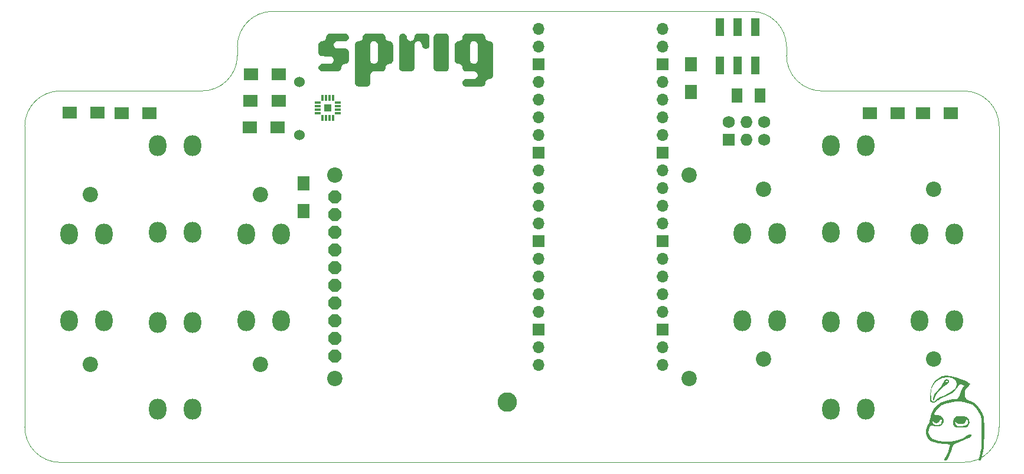
<source format=gbr>
%TF.GenerationSoftware,KiCad,Pcbnew,7.0.10-7.0.10~ubuntu22.04.1*%
%TF.CreationDate,2024-02-12T13:51:06-05:00*%
%TF.ProjectId,sprig_console,73707269-675f-4636-9f6e-736f6c652e6b,rev?*%
%TF.SameCoordinates,Original*%
%TF.FileFunction,Soldermask,Top*%
%TF.FilePolarity,Negative*%
%FSLAX46Y46*%
G04 Gerber Fmt 4.6, Leading zero omitted, Abs format (unit mm)*
G04 Created by KiCad (PCBNEW 7.0.10-7.0.10~ubuntu22.04.1) date 2024-02-12 13:51:06*
%MOMM*%
%LPD*%
G01*
G04 APERTURE LIST*
G04 Aperture macros list*
%AMRoundRect*
0 Rectangle with rounded corners*
0 $1 Rounding radius*
0 $2 $3 $4 $5 $6 $7 $8 $9 X,Y pos of 4 corners*
0 Add a 4 corners polygon primitive as box body*
4,1,4,$2,$3,$4,$5,$6,$7,$8,$9,$2,$3,0*
0 Add four circle primitives for the rounded corners*
1,1,$1+$1,$2,$3*
1,1,$1+$1,$4,$5*
1,1,$1+$1,$6,$7*
1,1,$1+$1,$8,$9*
0 Add four rect primitives between the rounded corners*
20,1,$1+$1,$2,$3,$4,$5,0*
20,1,$1+$1,$4,$5,$6,$7,0*
20,1,$1+$1,$6,$7,$8,$9,0*
20,1,$1+$1,$8,$9,$2,$3,0*%
%AMOutline5P*
0 Free polygon, 5 corners , with rotation*
0 The origin of the aperture is its center*
0 number of corners: always 5*
0 $1 to $10 corner X, Y*
0 $11 Rotation angle, in degrees counterclockwise*
0 create outline with 5 corners*
4,1,5,$1,$2,$3,$4,$5,$6,$7,$8,$9,$10,$1,$2,$11*%
%AMOutline6P*
0 Free polygon, 6 corners , with rotation*
0 The origin of the aperture is its center*
0 number of corners: always 6*
0 $1 to $12 corner X, Y*
0 $13 Rotation angle, in degrees counterclockwise*
0 create outline with 6 corners*
4,1,6,$1,$2,$3,$4,$5,$6,$7,$8,$9,$10,$11,$12,$1,$2,$13*%
%AMOutline7P*
0 Free polygon, 7 corners , with rotation*
0 The origin of the aperture is its center*
0 number of corners: always 7*
0 $1 to $14 corner X, Y*
0 $15 Rotation angle, in degrees counterclockwise*
0 create outline with 7 corners*
4,1,7,$1,$2,$3,$4,$5,$6,$7,$8,$9,$10,$11,$12,$13,$14,$1,$2,$15*%
%AMOutline8P*
0 Free polygon, 8 corners , with rotation*
0 The origin of the aperture is its center*
0 number of corners: always 8*
0 $1 to $16 corner X, Y*
0 $17 Rotation angle, in degrees counterclockwise*
0 create outline with 8 corners*
4,1,8,$1,$2,$3,$4,$5,$6,$7,$8,$9,$10,$11,$12,$13,$14,$15,$16,$1,$2,$17*%
G04 Aperture macros list end*
%ADD10R,1.727200X1.727200*%
%ADD11C,1.727200*%
%ADD12O,1.727200X1.727200*%
%ADD13O,2.500000X3.000000*%
%ADD14R,1.500000X2.000000*%
%ADD15RoundRect,0.018900X0.411100X0.116100X-0.411100X0.116100X-0.411100X-0.116100X0.411100X-0.116100X0*%
%ADD16RoundRect,0.018900X-0.116100X0.411100X-0.116100X-0.411100X0.116100X-0.411100X0.116100X0.411100X0*%
%ADD17RoundRect,0.018900X-0.411100X-0.116100X0.411100X-0.116100X0.411100X0.116100X-0.411100X0.116100X0*%
%ADD18RoundRect,0.018900X0.116100X-0.411100X0.116100X0.411100X-0.116100X0.411100X-0.116100X-0.411100X0*%
%ADD19R,1.100000X1.100000*%
%ADD20C,2.200000*%
%ADD21R,2.000000X1.700000*%
%ADD22R,1.700000X2.000000*%
%ADD23Outline8P,-0.900000X0.450000X-0.450000X0.900000X0.450000X0.900000X0.900000X0.450000X0.900000X-0.450000X0.450000X-0.900000X-0.450000X-0.900000X-0.900000X-0.450000X180.000000*%
%ADD24R,1.200000X2.500000*%
%ADD25C,1.524000*%
%ADD26C,2.800000*%
%ADD27O,1.700000X1.700000*%
%ADD28R,1.700000X1.700000*%
%TA.AperFunction,Profile*%
%ADD29C,0.100000*%
%TD*%
G04 APERTURE END LIST*
%TO.C,G\u002A\u002A\u002A*%
G36*
X214918099Y-112555661D02*
G01*
X215046831Y-112679187D01*
X215047404Y-112680255D01*
X215102388Y-112869024D01*
X215036111Y-113040162D01*
X214832770Y-113219480D01*
X214644701Y-113338051D01*
X214148443Y-113679121D01*
X213711309Y-114075954D01*
X213359571Y-114498034D01*
X213119505Y-114914848D01*
X213026573Y-115217314D01*
X212964191Y-115425543D01*
X212874589Y-115546654D01*
X212861397Y-115552757D01*
X212790177Y-115544108D01*
X212780151Y-115427265D01*
X212803735Y-115275504D01*
X212862226Y-115009714D01*
X212939956Y-114788818D01*
X213059748Y-114574369D01*
X213244422Y-114327917D01*
X213516801Y-114011015D01*
X213628667Y-113885711D01*
X213934351Y-113523291D01*
X214171330Y-113198734D01*
X214316190Y-112945130D01*
X214340784Y-112879296D01*
X214354419Y-112844779D01*
X214596711Y-112844779D01*
X214678324Y-112949700D01*
X214784689Y-112990559D01*
X214808926Y-112981738D01*
X214877855Y-112865342D01*
X214884000Y-112813337D01*
X214820865Y-112710762D01*
X214687407Y-112697829D01*
X214602512Y-112747043D01*
X214596711Y-112844779D01*
X214354419Y-112844779D01*
X214425405Y-112665079D01*
X214546579Y-112567033D01*
X214694992Y-112538222D01*
X214918099Y-112555661D01*
G37*
G36*
X217180924Y-117801656D02*
G01*
X217556626Y-117887814D01*
X217809249Y-118061556D01*
X217953224Y-118329300D01*
X217965260Y-118373550D01*
X217998173Y-118786807D01*
X217884377Y-119138191D01*
X217760513Y-119297487D01*
X217653711Y-119379502D01*
X217507149Y-119429898D01*
X217280970Y-119455815D01*
X216935321Y-119464394D01*
X216827484Y-119464667D01*
X216455786Y-119460714D01*
X216210896Y-119442813D01*
X216050361Y-119401904D01*
X215931727Y-119328925D01*
X215853818Y-119256849D01*
X215687441Y-118980870D01*
X215636671Y-118641474D01*
X215639623Y-118626045D01*
X215903314Y-118626045D01*
X215969273Y-118941866D01*
X216171490Y-119157863D01*
X216365666Y-119239278D01*
X216616340Y-119269346D01*
X216930715Y-119257392D01*
X217245026Y-119211510D01*
X217495510Y-119139794D01*
X217593629Y-119083399D01*
X217768283Y-118833262D01*
X217777516Y-118547476D01*
X217752759Y-118466676D01*
X217658817Y-118315584D01*
X217563122Y-118289691D01*
X217510210Y-118395720D01*
X217508666Y-118429828D01*
X217461671Y-118611899D01*
X217376865Y-118768495D01*
X217253636Y-118889510D01*
X217069631Y-118945339D01*
X216833457Y-118956667D01*
X216485129Y-118941185D01*
X216260359Y-118881281D01*
X216115113Y-118756769D01*
X216020898Y-118584162D01*
X215906628Y-118321667D01*
X215903314Y-118626045D01*
X215639623Y-118626045D01*
X215702098Y-118299522D01*
X215842213Y-118060664D01*
X215965146Y-117939670D01*
X216108842Y-117865912D01*
X216322300Y-117823721D01*
X216654518Y-117797426D01*
X216667713Y-117796669D01*
X217180924Y-117801656D01*
G37*
G36*
X215302187Y-112047973D02*
G01*
X216031413Y-112241518D01*
X216069333Y-112254922D01*
X216535027Y-112429206D01*
X216985536Y-112611920D01*
X217393765Y-112790536D01*
X217732620Y-112952529D01*
X217975004Y-113085370D01*
X218093825Y-113176534D01*
X218101333Y-113194374D01*
X218045837Y-113298532D01*
X217904451Y-113470231D01*
X217803350Y-113576339D01*
X217536212Y-113893105D01*
X217391520Y-114214138D01*
X217340737Y-114609154D01*
X217339333Y-114710006D01*
X217370781Y-115044817D01*
X217484018Y-115287449D01*
X217707381Y-115472872D01*
X218069211Y-115636057D01*
X218098501Y-115646838D01*
X218639594Y-115927509D01*
X219138970Y-116347257D01*
X219565934Y-116876185D01*
X219817704Y-117321326D01*
X220091000Y-117898334D01*
X220119844Y-119623659D01*
X220122094Y-120691902D01*
X220089288Y-121616777D01*
X220019643Y-122420947D01*
X219911377Y-123127076D01*
X219807793Y-123590300D01*
X219718466Y-123903342D01*
X219637605Y-124084875D01*
X219545483Y-124170359D01*
X219473736Y-124190722D01*
X219327860Y-124185017D01*
X219286666Y-124146447D01*
X219307712Y-124039393D01*
X219364513Y-123807040D01*
X219447563Y-123487260D01*
X219516576Y-123230392D01*
X219587976Y-122961143D01*
X219642874Y-122725417D01*
X219683467Y-122495230D01*
X219711949Y-122242595D01*
X219730517Y-121939527D01*
X219741366Y-121558043D01*
X219746693Y-121070156D01*
X219748692Y-120447882D01*
X219748928Y-120269000D01*
X219748942Y-119610597D01*
X219746091Y-119097202D01*
X219738591Y-118704497D01*
X219724657Y-118408159D01*
X219702505Y-118183869D01*
X219670351Y-118007305D01*
X219626411Y-117854148D01*
X219568902Y-117700077D01*
X219558600Y-117674405D01*
X219237355Y-117037800D01*
X218838136Y-116544712D01*
X218344891Y-116181053D01*
X217741570Y-115932733D01*
X217503959Y-115871036D01*
X216731063Y-115755667D01*
X215953093Y-115751048D01*
X215202748Y-115851209D01*
X214512731Y-116050177D01*
X213915740Y-116341982D01*
X213583543Y-116586929D01*
X213377158Y-116801602D01*
X213188539Y-117054169D01*
X213043678Y-117301661D01*
X212968566Y-117501104D01*
X212974234Y-117594290D01*
X213076502Y-117639865D01*
X213293803Y-117682403D01*
X213489735Y-117704542D01*
X213849704Y-117762006D01*
X214077960Y-117879622D01*
X214208770Y-118084009D01*
X214262690Y-118304965D01*
X214260875Y-118665314D01*
X214147315Y-118972136D01*
X213940769Y-119179069D01*
X213900626Y-119199684D01*
X213639982Y-119268450D01*
X213310144Y-119292144D01*
X212988722Y-119270478D01*
X212754724Y-119203919D01*
X212562868Y-119179359D01*
X212385787Y-119290194D01*
X212240676Y-119502500D01*
X212144732Y-119782356D01*
X212115149Y-120095840D01*
X212159375Y-120378349D01*
X212333246Y-120734707D01*
X212624829Y-121016360D01*
X213044440Y-121228288D01*
X213602400Y-121375469D01*
X214309025Y-121462883D01*
X214423468Y-121470830D01*
X215357287Y-121465601D01*
X216202136Y-121322407D01*
X216972164Y-121037598D01*
X217633077Y-120642768D01*
X217915037Y-120477420D01*
X218126220Y-120429078D01*
X218248089Y-120498895D01*
X218270666Y-120603058D01*
X218236596Y-120707302D01*
X218122188Y-120817139D01*
X217909144Y-120942604D01*
X217579168Y-121093733D01*
X217113963Y-121280563D01*
X216857211Y-121378361D01*
X216462374Y-121535791D01*
X216117317Y-121689578D01*
X215858166Y-121822522D01*
X215721047Y-121917425D01*
X215718302Y-121920553D01*
X215618979Y-122097586D01*
X215519659Y-122365991D01*
X215474245Y-122532343D01*
X215382475Y-122834829D01*
X215240246Y-123208194D01*
X215077464Y-123574270D01*
X215068741Y-123592167D01*
X214904047Y-123909676D01*
X214778094Y-124098473D01*
X214667551Y-124187392D01*
X214571965Y-124206000D01*
X214420346Y-124189522D01*
X214376000Y-124161252D01*
X214411360Y-124068283D01*
X214503780Y-123869063D01*
X214624850Y-123623535D01*
X214791383Y-123266641D01*
X214945187Y-122889266D01*
X215073064Y-122529983D01*
X215161816Y-122227368D01*
X215198247Y-122019995D01*
X215192651Y-121963905D01*
X215086376Y-121905141D01*
X214824831Y-121855583D01*
X214421946Y-121817726D01*
X214352158Y-121813329D01*
X213573520Y-121731973D01*
X212946410Y-121590270D01*
X212473546Y-121389005D01*
X212219599Y-121197288D01*
X211942646Y-120807172D01*
X211797329Y-120347379D01*
X211787127Y-119858912D01*
X211915518Y-119382771D01*
X212045299Y-119142779D01*
X212189230Y-118841648D01*
X212231724Y-118695331D01*
X212682666Y-118695331D01*
X212756782Y-118881808D01*
X212947569Y-119018113D01*
X213207692Y-119096199D01*
X213489812Y-119108019D01*
X213746592Y-119045526D01*
X213926351Y-118906746D01*
X213992795Y-118753016D01*
X214029406Y-118550325D01*
X214033598Y-118356159D01*
X214002785Y-118228004D01*
X213957753Y-118208778D01*
X213864271Y-118291610D01*
X213727059Y-118464465D01*
X213679609Y-118532747D01*
X213471932Y-118773003D01*
X213264302Y-118852409D01*
X213029675Y-118777271D01*
X212926242Y-118708348D01*
X212764718Y-118594715D01*
X212697254Y-118580968D01*
X212682806Y-118664913D01*
X212682666Y-118695331D01*
X212231724Y-118695331D01*
X212305441Y-118441506D01*
X212344238Y-118237000D01*
X212532262Y-117490389D01*
X212845203Y-116857181D01*
X213285041Y-116335243D01*
X213853756Y-115922439D01*
X214553327Y-115616636D01*
X214858032Y-115526961D01*
X215213299Y-115454147D01*
X215581632Y-115408510D01*
X215754021Y-115400667D01*
X216081578Y-115382455D01*
X216304260Y-115306999D01*
X216459654Y-115143065D01*
X216585351Y-114859422D01*
X216651148Y-114655267D01*
X216773472Y-114308751D01*
X216917682Y-113980509D01*
X217038232Y-113764748D01*
X217249300Y-113453721D01*
X217044479Y-113319517D01*
X216806215Y-113218364D01*
X216604218Y-113266231D01*
X216416141Y-113471473D01*
X216351355Y-113578661D01*
X216029111Y-114049074D01*
X215629666Y-114427288D01*
X215119739Y-114740080D01*
X214654116Y-114944234D01*
X214251713Y-115116901D01*
X213854160Y-115315723D01*
X213525290Y-115507768D01*
X213419293Y-115581261D01*
X213126369Y-115785982D01*
X212914083Y-115883915D01*
X212739560Y-115884107D01*
X212559924Y-115795609D01*
X212522985Y-115770431D01*
X212433885Y-115698655D01*
X212378488Y-115610548D01*
X212350921Y-115470193D01*
X212345309Y-115241673D01*
X212355779Y-114889074D01*
X212360291Y-114775598D01*
X212369181Y-114665685D01*
X212473096Y-114665685D01*
X212487617Y-115038625D01*
X212539510Y-115364376D01*
X212626753Y-115607046D01*
X212747320Y-115730739D01*
X212793354Y-115739334D01*
X212916531Y-115688896D01*
X213109207Y-115561044D01*
X213211444Y-115481036D01*
X213422915Y-115334414D01*
X213739461Y-115148050D01*
X214111142Y-114950347D01*
X214352568Y-114832077D01*
X214952202Y-114537053D01*
X215408663Y-114280482D01*
X215739209Y-114046628D01*
X215961095Y-113819754D01*
X216091577Y-113584124D01*
X216147912Y-113324001D01*
X216153683Y-113189585D01*
X216082993Y-112825201D01*
X215869646Y-112549861D01*
X215512999Y-112363148D01*
X215012405Y-112264647D01*
X214694248Y-112248139D01*
X214124907Y-112321041D01*
X213606909Y-112551414D01*
X213150100Y-112932560D01*
X212764326Y-113457779D01*
X212674010Y-113622667D01*
X212564269Y-113921812D01*
X212497972Y-114281449D01*
X212473096Y-114665685D01*
X212369181Y-114665685D01*
X212408296Y-114182074D01*
X212508859Y-113708579D01*
X212677983Y-113309801D01*
X212931666Y-112940429D01*
X213061701Y-112789325D01*
X213532111Y-112374569D01*
X214058412Y-112113454D01*
X214646479Y-112004937D01*
X215302187Y-112047973D01*
G37*
G36*
X142421449Y-62872767D02*
G01*
X142559358Y-62872926D01*
X142672138Y-62873355D01*
X142762713Y-62874188D01*
X142834007Y-62875558D01*
X142888943Y-62877600D01*
X142930444Y-62880447D01*
X142961435Y-62884232D01*
X142984838Y-62889091D01*
X143003577Y-62895157D01*
X143020576Y-62902563D01*
X143032393Y-62908315D01*
X143144507Y-62980242D01*
X143236159Y-63074466D01*
X143296474Y-63171373D01*
X143347378Y-63274775D01*
X143347378Y-67906280D01*
X143306023Y-67994506D01*
X143243650Y-68094950D01*
X143159036Y-68184112D01*
X143060802Y-68253372D01*
X143032921Y-68267608D01*
X142944695Y-68308963D01*
X142286463Y-68312150D01*
X142120824Y-68312799D01*
X141983204Y-68312941D01*
X141870653Y-68312496D01*
X141780217Y-68311380D01*
X141708943Y-68309512D01*
X141653880Y-68306810D01*
X141612075Y-68303191D01*
X141580576Y-68298573D01*
X141556429Y-68292875D01*
X141552713Y-68291752D01*
X141436068Y-68239982D01*
X141335148Y-68164417D01*
X141253775Y-68069225D01*
X141195774Y-67958571D01*
X141171625Y-67876575D01*
X141169072Y-67849996D01*
X141166801Y-67796040D01*
X141164809Y-67714389D01*
X141163096Y-67604728D01*
X141161660Y-67466741D01*
X141160499Y-67300110D01*
X141159611Y-67104520D01*
X141158995Y-66879655D01*
X141158648Y-66625199D01*
X141158571Y-66340834D01*
X141158760Y-66026246D01*
X141159214Y-65681117D01*
X141159451Y-65544390D01*
X141163598Y-63290914D01*
X141211525Y-63190243D01*
X141280820Y-63077767D01*
X141371383Y-62982836D01*
X141472647Y-62913992D01*
X141550793Y-62872743D01*
X142255488Y-62872743D01*
X142421449Y-62872767D01*
G37*
G36*
X136914408Y-62877933D02*
G01*
X136981258Y-62897069D01*
X137072358Y-62944779D01*
X137159166Y-63014860D01*
X137232743Y-63099055D01*
X137274632Y-63168052D01*
X137300394Y-63230188D01*
X137317521Y-63297701D01*
X137328810Y-63382250D01*
X137330500Y-63400893D01*
X137353996Y-63543349D01*
X137398582Y-63663632D01*
X137464970Y-63762896D01*
X137553873Y-63842297D01*
X137630173Y-63886818D01*
X137747843Y-63930606D01*
X137863654Y-63944920D01*
X137983130Y-63930367D01*
X137996389Y-63927118D01*
X138115226Y-63883394D01*
X138215815Y-63818915D01*
X138293793Y-63736489D01*
X138295049Y-63734736D01*
X138334366Y-63675826D01*
X138361506Y-63623095D01*
X138379766Y-63566846D01*
X138392439Y-63497378D01*
X138401083Y-63422681D01*
X138427283Y-63275989D01*
X138474644Y-63151336D01*
X138543970Y-63047412D01*
X138636062Y-62962911D01*
X138712124Y-62915864D01*
X138793963Y-62872743D01*
X139477108Y-62868269D01*
X139640776Y-62867245D01*
X139776519Y-62866586D01*
X139887385Y-62866403D01*
X139976423Y-62866806D01*
X140046680Y-62867907D01*
X140101207Y-62869816D01*
X140143052Y-62872643D01*
X140175264Y-62876500D01*
X140200891Y-62881496D01*
X140222982Y-62887743D01*
X140244586Y-62895350D01*
X140246877Y-62896205D01*
X140349561Y-62950319D01*
X140441236Y-63029513D01*
X140516100Y-63128333D01*
X140539740Y-63171528D01*
X140590549Y-63274696D01*
X140595069Y-63924509D01*
X140596116Y-64084281D01*
X140596747Y-64216314D01*
X140596846Y-64323843D01*
X140596294Y-64410103D01*
X140594976Y-64478329D01*
X140592772Y-64531757D01*
X140589567Y-64573621D01*
X140585243Y-64607157D01*
X140579682Y-64635600D01*
X140572767Y-64662184D01*
X140567701Y-64679308D01*
X140518835Y-64788822D01*
X140445199Y-64884741D01*
X140351352Y-64963433D01*
X140241854Y-65021263D01*
X140121264Y-65054599D01*
X140091830Y-65058483D01*
X139975515Y-65056277D01*
X139863206Y-65027562D01*
X139758975Y-64975869D01*
X139666898Y-64904729D01*
X139591048Y-64817671D01*
X139535501Y-64718227D01*
X139504329Y-64609926D01*
X139499026Y-64544808D01*
X139487898Y-64435875D01*
X139457801Y-64327591D01*
X139412164Y-64227763D01*
X139354414Y-64144197D01*
X139300958Y-64093677D01*
X139232571Y-64046761D01*
X139172011Y-64015832D01*
X139109180Y-63997786D01*
X139033977Y-63989521D01*
X138956585Y-63987865D01*
X138880574Y-63988623D01*
X138826805Y-63991901D01*
X138786562Y-63999207D01*
X138751130Y-64012048D01*
X138716524Y-64029382D01*
X138605434Y-64105255D01*
X138516843Y-64200775D01*
X138453216Y-64313236D01*
X138449664Y-64321917D01*
X138445437Y-64334023D01*
X138441646Y-64349178D01*
X138438259Y-64369108D01*
X138435242Y-64395543D01*
X138432562Y-64430209D01*
X138430187Y-64474834D01*
X138428083Y-64531147D01*
X138426218Y-64600874D01*
X138424558Y-64685745D01*
X138423070Y-64787486D01*
X138421722Y-64907826D01*
X138420481Y-65048491D01*
X138419313Y-65211211D01*
X138418185Y-65397713D01*
X138417065Y-65609724D01*
X138415920Y-65848973D01*
X138414717Y-66117187D01*
X138414512Y-66163902D01*
X138406768Y-67937256D01*
X138371250Y-68003777D01*
X138319832Y-68082656D01*
X138254411Y-68158118D01*
X138185202Y-68218821D01*
X138165298Y-68232414D01*
X138132412Y-68252290D01*
X138100315Y-68268775D01*
X138065849Y-68282180D01*
X138025854Y-68292814D01*
X137977169Y-68300987D01*
X137916636Y-68307009D01*
X137841094Y-68311189D01*
X137747384Y-68313837D01*
X137632347Y-68315263D01*
X137492822Y-68315776D01*
X137325651Y-68315686D01*
X137315939Y-68315671D01*
X137145587Y-68315123D01*
X137003782Y-68314043D01*
X136888098Y-68312355D01*
X136796110Y-68309984D01*
X136725393Y-68306856D01*
X136673520Y-68302894D01*
X136638067Y-68298025D01*
X136622357Y-68294238D01*
X136506514Y-68243273D01*
X136403933Y-68169047D01*
X136320443Y-68076561D01*
X136271578Y-67993359D01*
X136238476Y-67921768D01*
X136238476Y-63259939D01*
X136281753Y-63171811D01*
X136337795Y-63084555D01*
X136413855Y-63003517D01*
X136500862Y-62937060D01*
X136579840Y-62897069D01*
X136684853Y-62871204D01*
X136800769Y-62864826D01*
X136914408Y-62877933D01*
G37*
G36*
X133966169Y-62915864D02*
G01*
X134076442Y-62990222D01*
X134162970Y-63084305D01*
X134225365Y-63197492D01*
X134263239Y-63329162D01*
X134273305Y-63407073D01*
X134284478Y-63506301D01*
X134301869Y-63584593D01*
X134328565Y-63651831D01*
X134367654Y-63717894D01*
X134372738Y-63725361D01*
X134442312Y-63801879D01*
X134533914Y-63866210D01*
X134639747Y-63914536D01*
X134752013Y-63943037D01*
X134829528Y-63949146D01*
X134942801Y-63963899D01*
X135053339Y-64005749D01*
X135154373Y-64071080D01*
X135239131Y-64156278D01*
X135253699Y-64175614D01*
X135273490Y-64203262D01*
X135290793Y-64228759D01*
X135305767Y-64254277D01*
X135318571Y-64281987D01*
X135329364Y-64314062D01*
X135338302Y-64352672D01*
X135345547Y-64399990D01*
X135351254Y-64458188D01*
X135355584Y-64529438D01*
X135358695Y-64615911D01*
X135360745Y-64719779D01*
X135361893Y-64843214D01*
X135362297Y-64988388D01*
X135362116Y-65157473D01*
X135361509Y-65352640D01*
X135360633Y-65576061D01*
X135360388Y-65637317D01*
X135355671Y-66822134D01*
X135315009Y-66907317D01*
X135248063Y-67019863D01*
X135165487Y-67107548D01*
X135064963Y-67171921D01*
X134944174Y-67214528D01*
X134825185Y-67234650D01*
X134677574Y-67260645D01*
X134554091Y-67305796D01*
X134453957Y-67370847D01*
X134376392Y-67456541D01*
X134320616Y-67563621D01*
X134285849Y-67692829D01*
X134277002Y-67756931D01*
X134250010Y-67905292D01*
X134201856Y-68031344D01*
X134131834Y-68136036D01*
X134039240Y-68220319D01*
X133923367Y-68285142D01*
X133869282Y-68306206D01*
X133841997Y-68310428D01*
X133785961Y-68314561D01*
X133703403Y-68318529D01*
X133596547Y-68322254D01*
X133467620Y-68325658D01*
X133318848Y-68328664D01*
X133152458Y-68331195D01*
X133148659Y-68331244D01*
X132474939Y-68339939D01*
X132377595Y-68392722D01*
X132282229Y-68455290D01*
X132209349Y-68530157D01*
X132150934Y-68625838D01*
X132143517Y-68641244D01*
X132103232Y-68727134D01*
X132095488Y-69408597D01*
X132093529Y-69580646D01*
X132091570Y-69724765D01*
X132089108Y-69843995D01*
X132085643Y-69941379D01*
X132080671Y-70019957D01*
X132073693Y-70082771D01*
X132064205Y-70132863D01*
X132051707Y-70173274D01*
X132035696Y-70207046D01*
X132015671Y-70237220D01*
X131991131Y-70266839D01*
X131961574Y-70298942D01*
X131945884Y-70315672D01*
X131851556Y-70398335D01*
X131746283Y-70453998D01*
X131639002Y-70483614D01*
X131600847Y-70487634D01*
X131536252Y-70491032D01*
X131449748Y-70493805D01*
X131345863Y-70495952D01*
X131229129Y-70497470D01*
X131104074Y-70498357D01*
X130975228Y-70498611D01*
X130847123Y-70498229D01*
X130724286Y-70497210D01*
X130611248Y-70495551D01*
X130512540Y-70493249D01*
X130432690Y-70490304D01*
X130376228Y-70486712D01*
X130355441Y-70484241D01*
X130236206Y-70448979D01*
X130128024Y-70386744D01*
X130034988Y-70300744D01*
X129961191Y-70194190D01*
X129945167Y-70162468D01*
X129903963Y-70074573D01*
X129903963Y-66806646D01*
X132103232Y-66806646D01*
X132143517Y-66892535D01*
X132211656Y-67004458D01*
X132298359Y-67093596D01*
X132399925Y-67158566D01*
X132512654Y-67197983D01*
X132632845Y-67210463D01*
X132756797Y-67194621D01*
X132858019Y-67159807D01*
X132946112Y-67106665D01*
X133028352Y-67031965D01*
X133095506Y-66944936D01*
X133122650Y-66895193D01*
X133156402Y-66822134D01*
X133156402Y-64359573D01*
X133113031Y-64271252D01*
X133051740Y-64177392D01*
X132968805Y-64094746D01*
X132873036Y-64031329D01*
X132826538Y-64010610D01*
X132737213Y-63988201D01*
X132635842Y-63980403D01*
X132533819Y-63986886D01*
X132442538Y-64007319D01*
X132404074Y-64022867D01*
X132295783Y-64090992D01*
X132210751Y-64178477D01*
X132154218Y-64270842D01*
X132103232Y-64374409D01*
X132103232Y-66806646D01*
X129903963Y-66806646D01*
X129903963Y-64375060D01*
X129948478Y-64278690D01*
X130000607Y-64191701D01*
X130071578Y-64108943D01*
X130152660Y-64039247D01*
X130230473Y-63993454D01*
X130285323Y-63975611D01*
X130360645Y-63959897D01*
X130445934Y-63948478D01*
X130451186Y-63947972D01*
X130596098Y-63922401D01*
X130719034Y-63875198D01*
X130819673Y-63806678D01*
X130897697Y-63717153D01*
X130952783Y-63606936D01*
X130984614Y-63476342D01*
X130990622Y-63420397D01*
X130999082Y-63346998D01*
X131012529Y-63273626D01*
X131028224Y-63214896D01*
X131030082Y-63209655D01*
X131071577Y-63129674D01*
X131134423Y-63048627D01*
X131210628Y-62975373D01*
X131292203Y-62918775D01*
X131292610Y-62918550D01*
X131375305Y-62872743D01*
X133884329Y-62872743D01*
X133966169Y-62915864D01*
G37*
G36*
X128726922Y-62913650D02*
G01*
X128813578Y-62972381D01*
X128893788Y-63050414D01*
X128959220Y-63138477D01*
X128996831Y-63213866D01*
X129022642Y-63318910D01*
X129028516Y-63434712D01*
X129014883Y-63549571D01*
X128982167Y-63651788D01*
X128980736Y-63654878D01*
X128913733Y-63762463D01*
X128824299Y-63850674D01*
X128716118Y-63916790D01*
X128592879Y-63958089D01*
X128562129Y-63963899D01*
X128523323Y-63967655D01*
X128457481Y-63971078D01*
X128368543Y-63974078D01*
X128260449Y-63976562D01*
X128137137Y-63978440D01*
X128002547Y-63979617D01*
X127871770Y-63980004D01*
X127719836Y-63980113D01*
X127595543Y-63980478D01*
X127495555Y-63981257D01*
X127416539Y-63982606D01*
X127355159Y-63984683D01*
X127308080Y-63987646D01*
X127271968Y-63991652D01*
X127243488Y-63996857D01*
X127219305Y-64003420D01*
X127196084Y-64011498D01*
X127194928Y-64011930D01*
X127100246Y-64061633D01*
X127012548Y-64134049D01*
X126940788Y-64220975D01*
X126911725Y-64271252D01*
X126889952Y-64319767D01*
X126876884Y-64363438D01*
X126870406Y-64413370D01*
X126868404Y-64480665D01*
X126868354Y-64498963D01*
X126869825Y-64573205D01*
X126875597Y-64627829D01*
X126887709Y-64674114D01*
X126908199Y-64723333D01*
X126909365Y-64725828D01*
X126975407Y-64831445D01*
X127064382Y-64920028D01*
X127168074Y-64984537D01*
X127255549Y-65025548D01*
X127937391Y-65033292D01*
X128619234Y-65041036D01*
X128722582Y-65091941D01*
X128833731Y-65163552D01*
X128924861Y-65258350D01*
X128984850Y-65355185D01*
X128993524Y-65373123D01*
X129000713Y-65390819D01*
X129006577Y-65411254D01*
X129011278Y-65437412D01*
X129014975Y-65472273D01*
X129017831Y-65518820D01*
X129020005Y-65580034D01*
X129021658Y-65658898D01*
X129022952Y-65758393D01*
X129024048Y-65881502D01*
X129025105Y-66031206D01*
X129025633Y-66111375D01*
X129026667Y-66274791D01*
X129027353Y-66410293D01*
X129027574Y-66520942D01*
X129027214Y-66609800D01*
X129026155Y-66679928D01*
X129024280Y-66734387D01*
X129021471Y-66776238D01*
X129017613Y-66808543D01*
X129012587Y-66834362D01*
X129006277Y-66856757D01*
X128998565Y-66878789D01*
X128996011Y-66885652D01*
X128957776Y-66963275D01*
X128900302Y-67037336D01*
X128875263Y-67063434D01*
X128797096Y-67129878D01*
X128711356Y-67177714D01*
X128611022Y-67209861D01*
X128489070Y-67229240D01*
X128472643Y-67230847D01*
X128357111Y-67248330D01*
X128262128Y-67279430D01*
X128178909Y-67327808D01*
X128117636Y-67378842D01*
X128044185Y-67463548D01*
X127991765Y-67562420D01*
X127958393Y-67680068D01*
X127944925Y-67780412D01*
X127921677Y-67918770D01*
X127876827Y-68035649D01*
X127809236Y-68132820D01*
X127717767Y-68212056D01*
X127638397Y-68258058D01*
X127535010Y-68308963D01*
X126334365Y-68311977D01*
X126100293Y-68312455D01*
X125895386Y-68312623D01*
X125717833Y-68312456D01*
X125565826Y-68311931D01*
X125437554Y-68311023D01*
X125331208Y-68309709D01*
X125244978Y-68307964D01*
X125177054Y-68305766D01*
X125125626Y-68303089D01*
X125088885Y-68299910D01*
X125065022Y-68296205D01*
X125060644Y-68295136D01*
X124949770Y-68249697D01*
X124852881Y-68180054D01*
X124773018Y-68090967D01*
X124713218Y-67987198D01*
X124676522Y-67873508D01*
X124665966Y-67754659D01*
X124672667Y-67687274D01*
X124709645Y-67556270D01*
X124772214Y-67442042D01*
X124859163Y-67346274D01*
X124969285Y-67270648D01*
X124973331Y-67268499D01*
X125056281Y-67224817D01*
X125737744Y-67216767D01*
X125901028Y-67214797D01*
X126036399Y-67212981D01*
X126146917Y-67211146D01*
X126235642Y-67209118D01*
X126305637Y-67206723D01*
X126359960Y-67203787D01*
X126401673Y-67200137D01*
X126433835Y-67195599D01*
X126459509Y-67189998D01*
X126481754Y-67183161D01*
X126503630Y-67174914D01*
X126508441Y-67172996D01*
X126602499Y-67120941D01*
X126689638Y-67045997D01*
X126761521Y-66956220D01*
X126795066Y-66896009D01*
X126830088Y-66785373D01*
X126839032Y-66666274D01*
X126821953Y-66546879D01*
X126792114Y-66462081D01*
X126726893Y-66355736D01*
X126637075Y-66267146D01*
X126524780Y-66198393D01*
X126522591Y-66197362D01*
X126434695Y-66156158D01*
X125753232Y-66148414D01*
X125589874Y-66146511D01*
X125454493Y-66144744D01*
X125344089Y-66142949D01*
X125255665Y-66140958D01*
X125186223Y-66138607D01*
X125132763Y-66135729D01*
X125092289Y-66132160D01*
X125061801Y-66127733D01*
X125038302Y-66122283D01*
X125018794Y-66115644D01*
X125000277Y-66107650D01*
X124998189Y-66106688D01*
X124910265Y-66052887D01*
X124826137Y-65977789D01*
X124754922Y-65890617D01*
X124713600Y-65818870D01*
X124669085Y-65722500D01*
X124669085Y-64375060D01*
X124717013Y-64274390D01*
X124784722Y-64161078D01*
X124868888Y-64072762D01*
X124971350Y-64008203D01*
X125093947Y-63966162D01*
X125200455Y-63948638D01*
X125340083Y-63925864D01*
X125455161Y-63888009D01*
X125549123Y-63833271D01*
X125625406Y-63759850D01*
X125664693Y-63705167D01*
X125696936Y-63649235D01*
X125720263Y-63594963D01*
X125737203Y-63533700D01*
X125750283Y-63456796D01*
X125759335Y-63381289D01*
X125786469Y-63242938D01*
X125836380Y-63125144D01*
X125909939Y-63026561D01*
X126008018Y-62945846D01*
X126062281Y-62913992D01*
X126140427Y-62872743D01*
X128649451Y-62872743D01*
X128726922Y-62913650D01*
G37*
G36*
X147779492Y-62866987D02*
G01*
X147880625Y-62867522D01*
X147963703Y-62868449D01*
X148030878Y-62869815D01*
X148084304Y-62871666D01*
X148126134Y-62874046D01*
X148158521Y-62877003D01*
X148183619Y-62880581D01*
X148203581Y-62884827D01*
X148220560Y-62889787D01*
X148236709Y-62895507D01*
X148239467Y-62896535D01*
X148339130Y-62949035D01*
X148429385Y-63025788D01*
X148503113Y-63120155D01*
X148528872Y-63166336D01*
X148555441Y-63227170D01*
X148572985Y-63287434D01*
X148584538Y-63359350D01*
X148589684Y-63411124D01*
X148604082Y-63521787D01*
X148628278Y-63610775D01*
X148665743Y-63686731D01*
X148719948Y-63758302D01*
X148736282Y-63776266D01*
X148816609Y-63846688D01*
X148909678Y-63897529D01*
X149020863Y-63931102D01*
X149135587Y-63947975D01*
X149249662Y-63964339D01*
X149338009Y-63989122D01*
X149357616Y-63997440D01*
X149433564Y-64044277D01*
X149510244Y-64110883D01*
X149578140Y-64187794D01*
X149627737Y-64265546D01*
X149628281Y-64266646D01*
X149666402Y-64344085D01*
X149670473Y-66654528D01*
X149674543Y-68964971D01*
X149640954Y-69054747D01*
X149594333Y-69143925D01*
X149525828Y-69229741D01*
X149443961Y-69302916D01*
X149372232Y-69347276D01*
X149290399Y-69377249D01*
X149185970Y-69397226D01*
X149151105Y-69401300D01*
X149024478Y-69420600D01*
X148921181Y-69451101D01*
X148834816Y-69495292D01*
X148762211Y-69552614D01*
X148690399Y-69633929D01*
X148639306Y-69725868D01*
X148606314Y-69834465D01*
X148590102Y-69949483D01*
X148575646Y-70059569D01*
X148551035Y-70148337D01*
X148512602Y-70224759D01*
X148456679Y-70297805D01*
X148440396Y-70315672D01*
X148346068Y-70398335D01*
X148240795Y-70453998D01*
X148133515Y-70483614D01*
X148101727Y-70486564D01*
X148042081Y-70489196D01*
X147957692Y-70491511D01*
X147851675Y-70493508D01*
X147727147Y-70495188D01*
X147587223Y-70496553D01*
X147435018Y-70497601D01*
X147273648Y-70498335D01*
X147106229Y-70498753D01*
X146935876Y-70498857D01*
X146765705Y-70498647D01*
X146598830Y-70498123D01*
X146438369Y-70497287D01*
X146287436Y-70496138D01*
X146149146Y-70494677D01*
X146026616Y-70492904D01*
X145922962Y-70490820D01*
X145841298Y-70488425D01*
X145784740Y-70485720D01*
X145759236Y-70483263D01*
X145639532Y-70447939D01*
X145531127Y-70383886D01*
X145456794Y-70316318D01*
X145392346Y-70238618D01*
X145349907Y-70163058D01*
X145325739Y-70079949D01*
X145316100Y-69979604D01*
X145315519Y-69950397D01*
X145315968Y-69879777D01*
X145320296Y-69828660D01*
X145330825Y-69785611D01*
X145349879Y-69739197D01*
X145364664Y-69708437D01*
X145437101Y-69595439D01*
X145532321Y-69502727D01*
X145644604Y-69434313D01*
X145732500Y-69393109D01*
X146413963Y-69385365D01*
X147095427Y-69377621D01*
X147182801Y-69334713D01*
X147286046Y-69267949D01*
X147369993Y-69181023D01*
X147432341Y-69078793D01*
X147470790Y-68966115D01*
X147483038Y-68847847D01*
X147467853Y-68732938D01*
X147421525Y-68608234D01*
X147351406Y-68503336D01*
X147257271Y-68417977D01*
X147154737Y-68358972D01*
X147135949Y-68350695D01*
X147116717Y-68343815D01*
X147094040Y-68338164D01*
X147064914Y-68333573D01*
X147026339Y-68329875D01*
X146975313Y-68326903D01*
X146908832Y-68324487D01*
X146823896Y-68322462D01*
X146717502Y-68320659D01*
X146586648Y-68318910D01*
X146428332Y-68317047D01*
X146398476Y-68316707D01*
X145717012Y-68308963D01*
X145631829Y-68268301D01*
X145520047Y-68201842D01*
X145433069Y-68119955D01*
X145369390Y-68020322D01*
X145327505Y-67900624D01*
X145306650Y-67767642D01*
X145289442Y-67646792D01*
X145258794Y-67548258D01*
X145211649Y-67465173D01*
X145144950Y-67390669D01*
X145134690Y-67381261D01*
X145037358Y-67311932D01*
X144923507Y-67265262D01*
X144789755Y-67239931D01*
X144766952Y-67237824D01*
X144695103Y-67228737D01*
X144622514Y-67214291D01*
X144567094Y-67198330D01*
X144482466Y-67154200D01*
X144399394Y-67087893D01*
X144326480Y-67007393D01*
X144275946Y-66928021D01*
X144230183Y-66837621D01*
X144230183Y-65603808D01*
X146406158Y-65603808D01*
X146406281Y-65772952D01*
X146406717Y-65938690D01*
X146407469Y-66097900D01*
X146408536Y-66247455D01*
X146409921Y-66384232D01*
X146411624Y-66505105D01*
X146413647Y-66606949D01*
X146415990Y-66686641D01*
X146418654Y-66741054D01*
X146421089Y-66764666D01*
X146459169Y-66888492D01*
X146521868Y-66996908D01*
X146606099Y-67086713D01*
X146708775Y-67154706D01*
X146826810Y-67197687D01*
X146841918Y-67201024D01*
X146925622Y-67208863D01*
X147020716Y-67203260D01*
X147111329Y-67185478D01*
X147136192Y-67177631D01*
X147243562Y-67123753D01*
X147337255Y-67044404D01*
X147413349Y-66943515D01*
X147456080Y-66857151D01*
X147461076Y-66842533D01*
X147465430Y-66823895D01*
X147469197Y-66799072D01*
X147472431Y-66765898D01*
X147475187Y-66722210D01*
X147477520Y-66665840D01*
X147479484Y-66594625D01*
X147481134Y-66506399D01*
X147482525Y-66398997D01*
X147483710Y-66270254D01*
X147484746Y-66118004D01*
X147485686Y-65940082D01*
X147486585Y-65734324D01*
X147486991Y-65632143D01*
X147487863Y-65403651D01*
X147488487Y-65203939D01*
X147488714Y-65030813D01*
X147488393Y-64882077D01*
X147487376Y-64755537D01*
X147485512Y-64648997D01*
X147482651Y-64560263D01*
X147478644Y-64487140D01*
X147473340Y-64427432D01*
X147466591Y-64378945D01*
X147458245Y-64339483D01*
X147448154Y-64306852D01*
X147436167Y-64278857D01*
X147422135Y-64253303D01*
X147405908Y-64227994D01*
X147389511Y-64203916D01*
X147343395Y-64143538D01*
X147293834Y-64096135D01*
X147230900Y-64053210D01*
X147180135Y-64024761D01*
X147144065Y-64007613D01*
X147107947Y-63996702D01*
X147063321Y-63990683D01*
X147001731Y-63988210D01*
X146948293Y-63987865D01*
X146872081Y-63988643D01*
X146818058Y-63991978D01*
X146777455Y-63999373D01*
X146741503Y-64012329D01*
X146707525Y-64029114D01*
X146598390Y-64103049D01*
X146512885Y-64196427D01*
X146452379Y-64307406D01*
X146421938Y-64412563D01*
X146418985Y-64443892D01*
X146416335Y-64503063D01*
X146413988Y-64586953D01*
X146411946Y-64692436D01*
X146410210Y-64816387D01*
X146408781Y-64955683D01*
X146407660Y-65107197D01*
X146406849Y-65267806D01*
X146406348Y-65434385D01*
X146406158Y-65603808D01*
X144230183Y-65603808D01*
X144230183Y-64359573D01*
X144270996Y-64272531D01*
X144338288Y-64160832D01*
X144425777Y-64071763D01*
X144517018Y-64012181D01*
X144572380Y-63985655D01*
X144626295Y-63967913D01*
X144690239Y-63955918D01*
X144758690Y-63948193D01*
X144889311Y-63928045D01*
X144997022Y-63893256D01*
X145087350Y-63841458D01*
X145160304Y-63776266D01*
X145217963Y-63706105D01*
X145258809Y-63633652D01*
X145286256Y-63550416D01*
X145303723Y-63447902D01*
X145307759Y-63409667D01*
X145332819Y-63266298D01*
X145379516Y-63144531D01*
X145448758Y-63042951D01*
X145541452Y-62960143D01*
X145629315Y-62908315D01*
X145701524Y-62872743D01*
X146927624Y-62868599D01*
X147151336Y-62867858D01*
X147346225Y-62867281D01*
X147514445Y-62866913D01*
X147658150Y-62866800D01*
X147779492Y-62866987D01*
G37*
%TD*%
D10*
%TO.C,X1*%
X183515000Y-78105000D03*
D11*
X183515000Y-75565000D03*
D12*
X186055000Y-78105000D03*
X186055000Y-75565000D03*
D11*
X188595000Y-78105000D03*
X188595000Y-75565000D03*
%TD*%
D13*
%TO.C,SW4*%
X114300000Y-104140000D03*
X114300000Y-91640000D03*
X119300000Y-104140000D03*
X119300000Y-91640000D03*
%TD*%
D14*
%TO.C,D3*%
X184660000Y-71755000D03*
X187960000Y-71755000D03*
%TD*%
D15*
%TO.C,U2*%
X127419000Y-74321000D03*
X127419000Y-73821000D03*
X127419000Y-73321000D03*
X127419000Y-72821000D03*
D16*
X126734000Y-72136000D03*
X126234000Y-72136000D03*
X125734000Y-72136000D03*
X125234000Y-72136000D03*
D17*
X124549000Y-72821000D03*
X124549000Y-73321000D03*
X124549000Y-73821000D03*
X124549000Y-74321000D03*
D18*
X125234000Y-75006000D03*
X125734000Y-75006000D03*
X126234000Y-75006000D03*
X126734000Y-75006000D03*
D19*
X125984000Y-73571000D03*
%TD*%
D13*
%TO.C,SW8*%
X210820000Y-104140000D03*
X210820000Y-91640000D03*
X215820000Y-104140000D03*
X215820000Y-91640000D03*
%TD*%
%TO.C,SW3*%
X101600000Y-116840000D03*
X101600000Y-104340000D03*
X106600000Y-116840000D03*
X106600000Y-104340000D03*
%TD*%
D20*
%TO.C,*%
X212852000Y-85217000D03*
%TD*%
D21*
%TO.C,C2*%
X114935000Y-72542400D03*
X118935000Y-72542400D03*
%TD*%
D22*
%TO.C,C1*%
X122555000Y-88360000D03*
X122555000Y-84360000D03*
%TD*%
D20*
%TO.C,*%
X91948000Y-110363000D03*
%TD*%
%TO.C,*%
X116332000Y-85979000D03*
%TD*%
D21*
%TO.C,R3*%
X203740000Y-74295000D03*
X207740000Y-74295000D03*
%TD*%
D20*
%TO.C,*%
X188468000Y-109601000D03*
%TD*%
%TO.C,*%
X91948000Y-85979000D03*
%TD*%
D13*
%TO.C,SW5*%
X198120000Y-91440000D03*
X198120000Y-78940000D03*
X203120000Y-91440000D03*
X203120000Y-78940000D03*
%TD*%
D20*
%TO.C,U1*%
X127000000Y-83185000D03*
X127000000Y-112395000D03*
X177800000Y-83185000D03*
X177800000Y-112395000D03*
D23*
X127000000Y-109220000D03*
X127000000Y-106680000D03*
X127000000Y-104140000D03*
X127000000Y-101600000D03*
X127000000Y-99060000D03*
X127000000Y-96520000D03*
X127000000Y-93980000D03*
X127000000Y-91440000D03*
X127000000Y-88900000D03*
X127000000Y-86360000D03*
%TD*%
D21*
%TO.C,R1*%
X114967000Y-68707000D03*
X118967000Y-68707000D03*
%TD*%
D13*
%TO.C,SW7*%
X198120000Y-116790000D03*
X198120000Y-104290000D03*
X203120000Y-116790000D03*
X203120000Y-104290000D03*
%TD*%
%TO.C,SW1*%
X101600000Y-91440000D03*
X101600000Y-78940000D03*
X106600000Y-91440000D03*
X106600000Y-78940000D03*
%TD*%
D20*
%TO.C,*%
X116332000Y-110363000D03*
%TD*%
D13*
%TO.C,SW2*%
X88900000Y-104140000D03*
X88900000Y-91640000D03*
X93900000Y-104140000D03*
X93900000Y-91640000D03*
%TD*%
D20*
%TO.C,*%
X212852000Y-109601000D03*
%TD*%
D21*
%TO.C,D2*%
X89014800Y-74269600D03*
X93014800Y-74269600D03*
%TD*%
%TO.C,C3*%
X114840000Y-76327000D03*
X118840000Y-76327000D03*
%TD*%
D22*
%TO.C,C4*%
X178054000Y-67310000D03*
X178054000Y-71310000D03*
%TD*%
D24*
%TO.C,SW9*%
X187325000Y-67437000D03*
X187325000Y-61976000D03*
X184785000Y-67437000D03*
X184785000Y-61976000D03*
X182245000Y-67437000D03*
X182245000Y-61976000D03*
%TD*%
D21*
%TO.C,D1*%
X215360000Y-74295000D03*
X211360000Y-74295000D03*
%TD*%
D13*
%TO.C,SW6*%
X185420000Y-104090000D03*
X185420000Y-91590000D03*
X190420000Y-104090000D03*
X190420000Y-91590000D03*
%TD*%
D21*
%TO.C,R4*%
X100425000Y-74295000D03*
X96425000Y-74295000D03*
%TD*%
D20*
%TO.C,*%
X188468000Y-85217000D03*
%TD*%
D25*
%TO.C,LS1*%
X121920000Y-77460000D03*
X121920000Y-69860000D03*
%TD*%
D26*
%TO.C,J1*%
X151714400Y-115798600D03*
%TD*%
D27*
%TO.C,U5*%
X173990000Y-62230000D03*
X173990000Y-64770000D03*
D28*
X173990000Y-67310000D03*
D27*
X173990000Y-69850000D03*
X173990000Y-72390000D03*
X173990000Y-74930000D03*
X173990000Y-77470000D03*
D28*
X173990000Y-80010000D03*
D27*
X173990000Y-82550000D03*
X173990000Y-85090000D03*
X173990000Y-87630000D03*
X173990000Y-90170000D03*
D28*
X173990000Y-92710000D03*
D27*
X173990000Y-95250000D03*
X173990000Y-97790000D03*
X173990000Y-100330000D03*
X173990000Y-102870000D03*
D28*
X173990000Y-105410000D03*
D27*
X173990000Y-107950000D03*
X173990000Y-110490000D03*
X156210000Y-110490000D03*
X156210000Y-107950000D03*
D28*
X156210000Y-105410000D03*
D27*
X156210000Y-102870000D03*
X156210000Y-100330000D03*
X156210000Y-97790000D03*
X156210000Y-95250000D03*
D28*
X156210000Y-92710000D03*
D27*
X156210000Y-90170000D03*
X156210000Y-87630000D03*
X156210000Y-85090000D03*
X156210000Y-82550000D03*
D28*
X156210000Y-80010000D03*
D27*
X156210000Y-77470000D03*
X156210000Y-74930000D03*
X156210000Y-72390000D03*
X156210000Y-69850000D03*
D28*
X156210000Y-67310000D03*
D27*
X156210000Y-64770000D03*
X156210000Y-62230000D03*
%TD*%
D29*
X196850002Y-71120002D02*
X217170000Y-71120000D01*
X118110000Y-59690000D02*
X152400000Y-59690000D01*
X186690000Y-59690000D02*
X152400000Y-59690000D01*
X82550000Y-119380000D02*
G75*
G03*
X87630000Y-124460000I5080000J0D01*
G01*
X87630000Y-71120000D02*
X107950002Y-71120002D01*
X152400000Y-124460000D02*
X217170000Y-124460000D01*
X222250000Y-119380000D02*
X222250000Y-76200000D01*
X191770000Y-64770000D02*
X191770002Y-66040002D01*
X217170000Y-124460000D02*
G75*
G03*
X222250000Y-119380000I0J5080000D01*
G01*
X113030000Y-64770000D02*
X113030002Y-66040002D01*
X107950002Y-71120002D02*
G75*
G03*
X113030002Y-66040002I-2J5080002D01*
G01*
X191770000Y-64770000D02*
G75*
G03*
X186690000Y-59690000I-5080000J0D01*
G01*
X191769998Y-66040002D02*
G75*
G03*
X196850002Y-71120002I5080002J2D01*
G01*
X222250000Y-76200000D02*
G75*
G03*
X217170000Y-71120000I-5080000J0D01*
G01*
X82550000Y-76200000D02*
X82550000Y-119380000D01*
X87630000Y-71120000D02*
G75*
G03*
X82550000Y-76200000I0J-5080000D01*
G01*
X118110000Y-59690000D02*
G75*
G03*
X113030000Y-64770000I0J-5080000D01*
G01*
X152400000Y-124460000D02*
X87630000Y-124460000D01*
M02*

</source>
